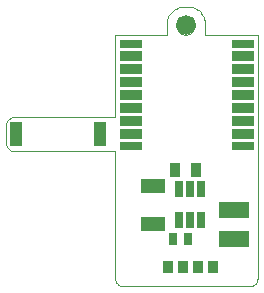
<source format=gbs>
G75*
%MOIN*%
%OFA0B0*%
%FSLAX24Y24*%
%IPPOS*%
%LPD*%
%AMOC8*
5,1,8,0,0,1.08239X$1,22.5*
%
%ADD10C,0.0000*%
%ADD11C,0.0665*%
%ADD12R,0.0434X0.0827*%
%ADD13R,0.0749X0.0316*%
%ADD14R,0.0749X0.0355*%
%ADD15R,0.1040X0.0540*%
%ADD16R,0.0360X0.0390*%
%ADD17R,0.0284X0.0520*%
%ADD18R,0.0316X0.0394*%
%ADD19R,0.0827X0.0512*%
%ADD20R,0.0355X0.0512*%
D10*
X009958Y013875D02*
X013333Y013875D01*
X013333Y009625D01*
X013335Y009595D01*
X013340Y009565D01*
X013349Y009536D01*
X013362Y009509D01*
X013377Y009483D01*
X013396Y009459D01*
X013417Y009438D01*
X013441Y009419D01*
X013467Y009404D01*
X013494Y009391D01*
X013523Y009382D01*
X013553Y009377D01*
X013583Y009375D01*
X017831Y009375D01*
X017861Y009377D01*
X017891Y009382D01*
X017920Y009391D01*
X017948Y009403D01*
X017973Y009419D01*
X017997Y009437D01*
X018019Y009458D01*
X018038Y009482D01*
X018053Y009508D01*
X018066Y009535D01*
X018075Y009564D01*
X018081Y009594D01*
X018083Y009624D01*
X018083Y017750D01*
X016333Y017750D01*
X016333Y018124D01*
X016333Y018125D02*
X016330Y018170D01*
X016323Y018215D01*
X016313Y018259D01*
X016300Y018303D01*
X016283Y018345D01*
X016263Y018386D01*
X016239Y018425D01*
X016213Y018462D01*
X016184Y018497D01*
X016152Y018529D01*
X016118Y018559D01*
X016082Y018586D01*
X016043Y018611D01*
X016003Y018632D01*
X015961Y018650D01*
X015918Y018664D01*
X015874Y018675D01*
X015829Y018683D01*
X015784Y018687D01*
X015738Y018688D01*
X015739Y018688D02*
X015603Y018688D01*
X015602Y018687D02*
X015555Y018682D01*
X015509Y018672D01*
X015464Y018660D01*
X015420Y018643D01*
X015377Y018624D01*
X015336Y018601D01*
X015297Y018575D01*
X015260Y018546D01*
X015226Y018514D01*
X015194Y018479D01*
X015164Y018442D01*
X015138Y018403D01*
X015115Y018362D01*
X015096Y018319D01*
X015079Y018275D01*
X015067Y018230D01*
X015057Y018184D01*
X015052Y018137D01*
X015050Y018090D01*
X015052Y018043D01*
X015052Y017750D01*
X013333Y017750D01*
X013333Y015000D01*
X009958Y015000D01*
X009928Y014998D01*
X009898Y014993D01*
X009869Y014984D01*
X009842Y014971D01*
X009816Y014956D01*
X009792Y014937D01*
X009771Y014916D01*
X009752Y014892D01*
X009737Y014866D01*
X009724Y014839D01*
X009715Y014810D01*
X009710Y014780D01*
X009708Y014750D01*
X009708Y014125D01*
X009710Y014095D01*
X009715Y014065D01*
X009724Y014036D01*
X009737Y014009D01*
X009752Y013983D01*
X009771Y013959D01*
X009792Y013938D01*
X009816Y013919D01*
X009842Y013904D01*
X009869Y013891D01*
X009898Y013882D01*
X009928Y013877D01*
X009958Y013875D01*
X015370Y018064D02*
X015372Y018099D01*
X015378Y018134D01*
X015388Y018167D01*
X015401Y018200D01*
X015418Y018231D01*
X015438Y018259D01*
X015462Y018285D01*
X015488Y018309D01*
X015516Y018329D01*
X015547Y018346D01*
X015580Y018359D01*
X015613Y018369D01*
X015648Y018375D01*
X015683Y018377D01*
X015718Y018375D01*
X015753Y018369D01*
X015786Y018359D01*
X015819Y018346D01*
X015850Y018329D01*
X015878Y018309D01*
X015904Y018285D01*
X015928Y018259D01*
X015948Y018231D01*
X015965Y018200D01*
X015978Y018167D01*
X015988Y018134D01*
X015994Y018099D01*
X015996Y018064D01*
X015994Y018029D01*
X015988Y017994D01*
X015978Y017961D01*
X015965Y017928D01*
X015948Y017897D01*
X015928Y017869D01*
X015904Y017843D01*
X015878Y017819D01*
X015850Y017799D01*
X015819Y017782D01*
X015786Y017769D01*
X015753Y017759D01*
X015718Y017753D01*
X015683Y017751D01*
X015648Y017753D01*
X015613Y017759D01*
X015580Y017769D01*
X015547Y017782D01*
X015516Y017799D01*
X015488Y017819D01*
X015462Y017843D01*
X015438Y017869D01*
X015418Y017897D01*
X015401Y017928D01*
X015388Y017961D01*
X015378Y017994D01*
X015372Y018029D01*
X015370Y018064D01*
D11*
X015683Y018064D03*
D12*
X012833Y014436D03*
X010038Y014436D03*
D13*
X013852Y014032D03*
X013852Y017457D03*
X017592Y017457D03*
X017592Y014032D03*
D14*
X017592Y014445D03*
X017592Y014879D03*
X017592Y015312D03*
X017592Y015745D03*
X017592Y016178D03*
X017592Y016611D03*
X017592Y017044D03*
X013852Y017044D03*
X013852Y016611D03*
X013852Y016178D03*
X013852Y015745D03*
X013852Y015312D03*
X013852Y014879D03*
X013852Y014445D03*
D15*
X017302Y011906D03*
X017302Y010938D03*
D16*
X016583Y010000D03*
X016083Y010000D03*
X015583Y010000D03*
X015083Y010000D03*
D17*
X015458Y011562D03*
X015832Y011562D03*
X016206Y011566D03*
X016206Y012594D03*
X015832Y012594D03*
X015458Y012594D03*
D18*
X015265Y010938D03*
X015777Y010938D03*
D19*
X014583Y011433D03*
X014583Y012692D03*
D20*
X015323Y013250D03*
X016031Y013250D03*
M02*

</source>
